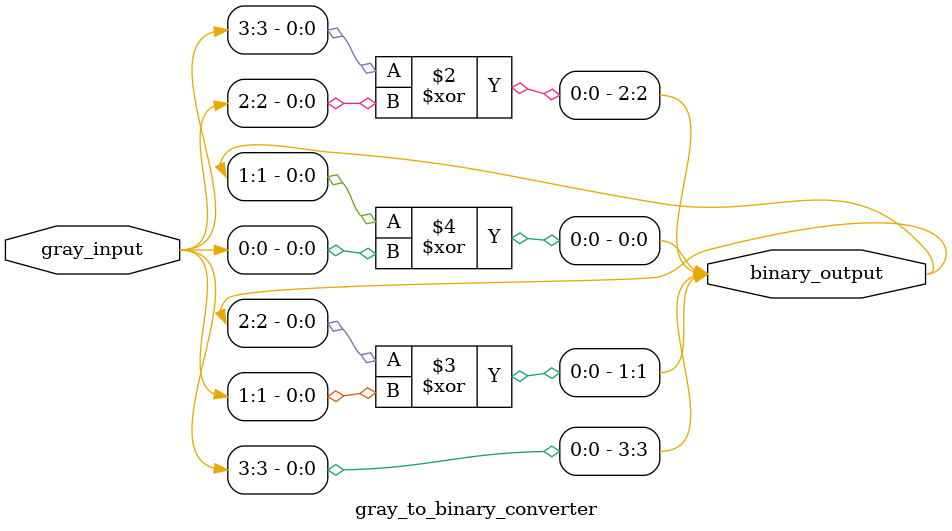
<source format=sv>
module gray_to_binary_converter (
  input [3:0] gray_input,
  output reg [3:0] binary_output
);

  always @(*) begin
    binary_output[3] = gray_input[3];
    binary_output[2] = binary_output[3] ^ gray_input[2];
    binary_output[1] = binary_output[2] ^ gray_input[1];
    binary_output[0] = binary_output[1] ^ gray_input[0];
  end

endmodule

</source>
